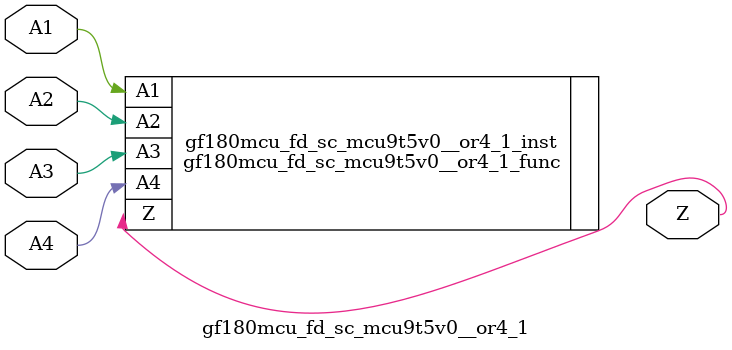
<source format=v>

module gf180mcu_fd_sc_mcu9t5v0__or4_1( A1, A2, A3, A4, Z );
input A1, A2, A3, A4;
output Z;

   `ifdef FUNCTIONAL  //  functional //

	gf180mcu_fd_sc_mcu9t5v0__or4_1_func gf180mcu_fd_sc_mcu9t5v0__or4_1_behav_inst(.A1(A1),.A2(A2),.A3(A3),.A4(A4),.Z(Z));

   `else

	gf180mcu_fd_sc_mcu9t5v0__or4_1_func gf180mcu_fd_sc_mcu9t5v0__or4_1_inst(.A1(A1),.A2(A2),.A3(A3),.A4(A4),.Z(Z));

	// spec_gates_begin


	// spec_gates_end



   specify

	// specify_block_begin

	// comb arc A1 --> Z
	 (A1 => Z) = (1.0,1.0);

	// comb arc A2 --> Z
	 (A2 => Z) = (1.0,1.0);

	// comb arc A3 --> Z
	 (A3 => Z) = (1.0,1.0);

	// comb arc A4 --> Z
	 (A4 => Z) = (1.0,1.0);

	// specify_block_end

   endspecify

   `endif

endmodule

</source>
